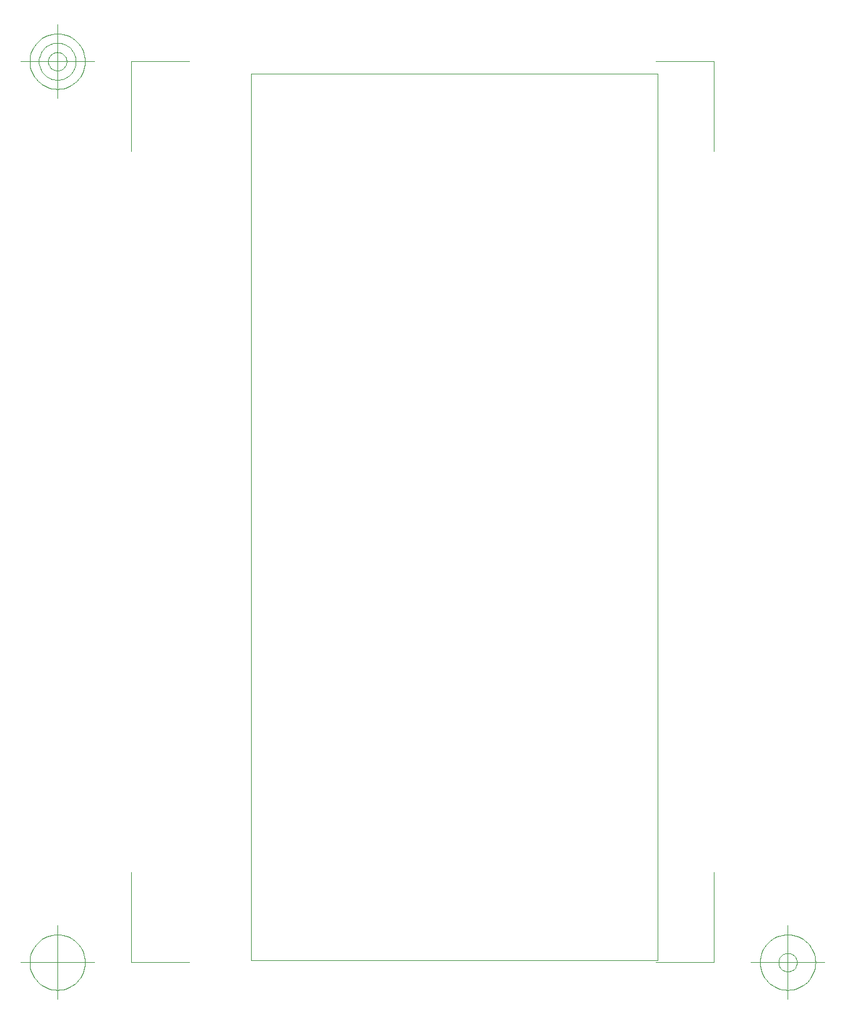
<source format=gbr>
G04 Generated by Ultiboard *
%FSLAX25Y25*%
%MOMM*%

%ADD10C,0.00100*%
%ADD11C,0.10000*%


%LNBoard Outline*%
%LPD*%
%FSLAX25Y25*%
%MOMM*%
G54D10*
X0Y0D02*
X5511800Y0D01*
X5511800Y0D02*
X5511800Y12014200D01*
X5511800Y12014200D02*
X0Y12014200D01*
X0Y12014200D02*
X0Y0D01*
G54D11*
X-1625600Y-30000D02*
X-1625600Y1190948D01*
X-1625600Y-30000D02*
X-835491Y-30000D01*
X6275493Y-30000D02*
X5485384Y-30000D01*
X6275493Y-30000D02*
X6275493Y1190948D01*
X6275493Y12179480D02*
X6275493Y10958532D01*
X6275493Y12179480D02*
X5485384Y12179480D01*
X-1625600Y12179480D02*
X-835491Y12179480D01*
X-1625600Y12179480D02*
X-1625600Y10958532D01*
X-2125600Y-30000D02*
X-3125600Y-30000D01*
X-2625600Y-530000D02*
X-2625600Y470000D01*
X-2250600Y-30000D02*
X-2252406Y6756D01*
X-2252406Y6756D02*
X-2257806Y43159D01*
X-2257806Y43159D02*
X-2266747Y78857D01*
X-2266747Y78857D02*
X-2279145Y113506D01*
X-2279145Y113506D02*
X-2294880Y146774D01*
X-2294880Y146774D02*
X-2313799Y178339D01*
X-2313799Y178339D02*
X-2335721Y207897D01*
X-2335721Y207897D02*
X-2360435Y235165D01*
X-2360435Y235165D02*
X-2387703Y259879D01*
X-2387703Y259879D02*
X-2417261Y281801D01*
X-2417261Y281801D02*
X-2448826Y300720D01*
X-2448826Y300720D02*
X-2482094Y316455D01*
X-2482094Y316455D02*
X-2516743Y328853D01*
X-2516743Y328853D02*
X-2552441Y337794D01*
X-2552441Y337794D02*
X-2588844Y343194D01*
X-2588844Y343194D02*
X-2625600Y345000D01*
X-2625600Y345000D02*
X-2662356Y343194D01*
X-2662356Y343194D02*
X-2698759Y337794D01*
X-2698759Y337794D02*
X-2734457Y328853D01*
X-2734457Y328853D02*
X-2769106Y316455D01*
X-2769106Y316455D02*
X-2802374Y300720D01*
X-2802374Y300720D02*
X-2833939Y281801D01*
X-2833939Y281801D02*
X-2863497Y259879D01*
X-2863497Y259879D02*
X-2890765Y235165D01*
X-2890765Y235165D02*
X-2915479Y207897D01*
X-2915479Y207897D02*
X-2937401Y178339D01*
X-2937401Y178339D02*
X-2956320Y146774D01*
X-2956320Y146774D02*
X-2972055Y113506D01*
X-2972055Y113506D02*
X-2984453Y78857D01*
X-2984453Y78857D02*
X-2993394Y43159D01*
X-2993394Y43159D02*
X-2998794Y6756D01*
X-2998794Y6756D02*
X-3000600Y-30000D01*
X-3000600Y-30000D02*
X-2998794Y-66756D01*
X-2998794Y-66756D02*
X-2993394Y-103159D01*
X-2993394Y-103159D02*
X-2984453Y-138857D01*
X-2984453Y-138857D02*
X-2972055Y-173506D01*
X-2972055Y-173506D02*
X-2956320Y-206774D01*
X-2956320Y-206774D02*
X-2937401Y-238339D01*
X-2937401Y-238339D02*
X-2915479Y-267897D01*
X-2915479Y-267897D02*
X-2890765Y-295165D01*
X-2890765Y-295165D02*
X-2863497Y-319879D01*
X-2863497Y-319879D02*
X-2833939Y-341801D01*
X-2833939Y-341801D02*
X-2802374Y-360720D01*
X-2802374Y-360720D02*
X-2769106Y-376455D01*
X-2769106Y-376455D02*
X-2734457Y-388853D01*
X-2734457Y-388853D02*
X-2698759Y-397794D01*
X-2698759Y-397794D02*
X-2662356Y-403194D01*
X-2662356Y-403194D02*
X-2625600Y-405000D01*
X-2625600Y-405000D02*
X-2588844Y-403194D01*
X-2588844Y-403194D02*
X-2552441Y-397794D01*
X-2552441Y-397794D02*
X-2516743Y-388853D01*
X-2516743Y-388853D02*
X-2482094Y-376455D01*
X-2482094Y-376455D02*
X-2448826Y-360720D01*
X-2448826Y-360720D02*
X-2417261Y-341801D01*
X-2417261Y-341801D02*
X-2387703Y-319879D01*
X-2387703Y-319879D02*
X-2360435Y-295165D01*
X-2360435Y-295165D02*
X-2335721Y-267897D01*
X-2335721Y-267897D02*
X-2313799Y-238339D01*
X-2313799Y-238339D02*
X-2294880Y-206774D01*
X-2294880Y-206774D02*
X-2279145Y-173506D01*
X-2279145Y-173506D02*
X-2266747Y-138857D01*
X-2266747Y-138857D02*
X-2257806Y-103159D01*
X-2257806Y-103159D02*
X-2252406Y-66756D01*
X-2252406Y-66756D02*
X-2250600Y-30000D01*
X6775493Y-30000D02*
X7775493Y-30000D01*
X7275493Y-530000D02*
X7275493Y470000D01*
X7650493Y-30000D02*
X7648688Y6756D01*
X7648688Y6756D02*
X7643288Y43159D01*
X7643288Y43159D02*
X7634346Y78857D01*
X7634346Y78857D02*
X7621948Y113506D01*
X7621948Y113506D02*
X7606214Y146774D01*
X7606214Y146774D02*
X7587294Y178339D01*
X7587294Y178339D02*
X7565372Y207897D01*
X7565372Y207897D02*
X7540658Y235165D01*
X7540658Y235165D02*
X7513391Y259879D01*
X7513391Y259879D02*
X7483832Y281801D01*
X7483832Y281801D02*
X7452267Y300720D01*
X7452267Y300720D02*
X7419000Y316455D01*
X7419000Y316455D02*
X7384350Y328853D01*
X7384350Y328853D02*
X7348652Y337794D01*
X7348652Y337794D02*
X7312250Y343194D01*
X7312250Y343194D02*
X7275493Y345000D01*
X7275493Y345000D02*
X7238737Y343194D01*
X7238737Y343194D02*
X7202335Y337794D01*
X7202335Y337794D02*
X7166637Y328853D01*
X7166637Y328853D02*
X7131987Y316455D01*
X7131987Y316455D02*
X7098720Y300720D01*
X7098720Y300720D02*
X7067155Y281801D01*
X7067155Y281801D02*
X7037596Y259879D01*
X7037596Y259879D02*
X7010328Y235165D01*
X7010328Y235165D02*
X6985614Y207897D01*
X6985614Y207897D02*
X6963692Y178339D01*
X6963692Y178339D02*
X6944773Y146774D01*
X6944773Y146774D02*
X6929039Y113506D01*
X6929039Y113506D02*
X6916641Y78857D01*
X6916641Y78857D02*
X6907699Y43159D01*
X6907699Y43159D02*
X6902299Y6756D01*
X6902299Y6756D02*
X6900493Y-30000D01*
X6900493Y-30000D02*
X6902299Y-66756D01*
X6902299Y-66756D02*
X6907699Y-103159D01*
X6907699Y-103159D02*
X6916641Y-138857D01*
X6916641Y-138857D02*
X6929039Y-173506D01*
X6929039Y-173506D02*
X6944773Y-206774D01*
X6944773Y-206774D02*
X6963692Y-238339D01*
X6963692Y-238339D02*
X6985614Y-267897D01*
X6985614Y-267897D02*
X7010328Y-295165D01*
X7010328Y-295165D02*
X7037596Y-319879D01*
X7037596Y-319879D02*
X7067155Y-341801D01*
X7067155Y-341801D02*
X7098720Y-360720D01*
X7098720Y-360720D02*
X7131987Y-376455D01*
X7131987Y-376455D02*
X7166637Y-388853D01*
X7166637Y-388853D02*
X7202335Y-397794D01*
X7202335Y-397794D02*
X7238737Y-403194D01*
X7238737Y-403194D02*
X7275493Y-405000D01*
X7275493Y-405000D02*
X7312250Y-403194D01*
X7312250Y-403194D02*
X7348652Y-397794D01*
X7348652Y-397794D02*
X7384350Y-388853D01*
X7384350Y-388853D02*
X7419000Y-376455D01*
X7419000Y-376455D02*
X7452267Y-360720D01*
X7452267Y-360720D02*
X7483832Y-341801D01*
X7483832Y-341801D02*
X7513391Y-319879D01*
X7513391Y-319879D02*
X7540658Y-295165D01*
X7540658Y-295165D02*
X7565372Y-267897D01*
X7565372Y-267897D02*
X7587294Y-238339D01*
X7587294Y-238339D02*
X7606214Y-206774D01*
X7606214Y-206774D02*
X7621948Y-173506D01*
X7621948Y-173506D02*
X7634346Y-138857D01*
X7634346Y-138857D02*
X7643288Y-103159D01*
X7643288Y-103159D02*
X7648688Y-66756D01*
X7648688Y-66756D02*
X7650493Y-30000D01*
X7400493Y-30000D02*
X7399891Y-17748D01*
X7399891Y-17748D02*
X7398091Y-5614D01*
X7398091Y-5614D02*
X7395111Y6286D01*
X7395111Y6286D02*
X7390978Y17835D01*
X7390978Y17835D02*
X7385733Y28925D01*
X7385733Y28925D02*
X7379427Y39446D01*
X7379427Y39446D02*
X7372120Y49299D01*
X7372120Y49299D02*
X7363882Y58388D01*
X7363882Y58388D02*
X7354792Y66626D01*
X7354792Y66626D02*
X7344940Y73934D01*
X7344940Y73934D02*
X7334418Y80240D01*
X7334418Y80240D02*
X7323329Y85485D01*
X7323329Y85485D02*
X7311779Y89618D01*
X7311779Y89618D02*
X7299880Y92598D01*
X7299880Y92598D02*
X7287745Y94398D01*
X7287745Y94398D02*
X7275493Y95000D01*
X7275493Y95000D02*
X7263241Y94398D01*
X7263241Y94398D02*
X7251107Y92598D01*
X7251107Y92598D02*
X7239208Y89618D01*
X7239208Y89618D02*
X7227658Y85485D01*
X7227658Y85485D02*
X7216569Y80240D01*
X7216569Y80240D02*
X7206047Y73934D01*
X7206047Y73934D02*
X7196194Y66626D01*
X7196194Y66626D02*
X7187105Y58388D01*
X7187105Y58388D02*
X7178867Y49299D01*
X7178867Y49299D02*
X7171560Y39446D01*
X7171560Y39446D02*
X7165253Y28925D01*
X7165253Y28925D02*
X7160008Y17835D01*
X7160008Y17835D02*
X7155876Y6286D01*
X7155876Y6286D02*
X7152895Y-5614D01*
X7152895Y-5614D02*
X7151095Y-17748D01*
X7151095Y-17748D02*
X7150493Y-30000D01*
X7150493Y-30000D02*
X7151095Y-42252D01*
X7151095Y-42252D02*
X7152895Y-54386D01*
X7152895Y-54386D02*
X7155876Y-66285D01*
X7155876Y-66285D02*
X7160008Y-77835D01*
X7160008Y-77835D02*
X7165253Y-88924D01*
X7165253Y-88924D02*
X7171560Y-99446D01*
X7171560Y-99446D02*
X7178867Y-109299D01*
X7178867Y-109299D02*
X7187105Y-118388D01*
X7187105Y-118388D02*
X7196194Y-126626D01*
X7196194Y-126626D02*
X7206047Y-133934D01*
X7206047Y-133934D02*
X7216569Y-140240D01*
X7216569Y-140240D02*
X7227658Y-145485D01*
X7227658Y-145485D02*
X7239208Y-149617D01*
X7239208Y-149617D02*
X7251107Y-152598D01*
X7251107Y-152598D02*
X7263241Y-154398D01*
X7263241Y-154398D02*
X7275493Y-155000D01*
X7275493Y-155000D02*
X7287745Y-154398D01*
X7287745Y-154398D02*
X7299880Y-152598D01*
X7299880Y-152598D02*
X7311779Y-149617D01*
X7311779Y-149617D02*
X7323329Y-145485D01*
X7323329Y-145485D02*
X7334418Y-140240D01*
X7334418Y-140240D02*
X7344940Y-133934D01*
X7344940Y-133934D02*
X7354792Y-126626D01*
X7354792Y-126626D02*
X7363882Y-118388D01*
X7363882Y-118388D02*
X7372120Y-109299D01*
X7372120Y-109299D02*
X7379427Y-99446D01*
X7379427Y-99446D02*
X7385733Y-88924D01*
X7385733Y-88924D02*
X7390978Y-77835D01*
X7390978Y-77835D02*
X7395111Y-66285D01*
X7395111Y-66285D02*
X7398091Y-54386D01*
X7398091Y-54386D02*
X7399891Y-42252D01*
X7399891Y-42252D02*
X7400493Y-30000D01*
X-2125600Y12179480D02*
X-3125600Y12179480D01*
X-2625600Y11679480D02*
X-2625600Y12679480D01*
X-2250600Y12179480D02*
X-2252406Y12216236D01*
X-2252406Y12216236D02*
X-2257806Y12252639D01*
X-2257806Y12252639D02*
X-2266747Y12288337D01*
X-2266747Y12288337D02*
X-2279145Y12322986D01*
X-2279145Y12322986D02*
X-2294880Y12356254D01*
X-2294880Y12356254D02*
X-2313799Y12387819D01*
X-2313799Y12387819D02*
X-2335721Y12417377D01*
X-2335721Y12417377D02*
X-2360435Y12444645D01*
X-2360435Y12444645D02*
X-2387703Y12469359D01*
X-2387703Y12469359D02*
X-2417261Y12491281D01*
X-2417261Y12491281D02*
X-2448826Y12510200D01*
X-2448826Y12510200D02*
X-2482094Y12525935D01*
X-2482094Y12525935D02*
X-2516743Y12538333D01*
X-2516743Y12538333D02*
X-2552441Y12547274D01*
X-2552441Y12547274D02*
X-2588844Y12552674D01*
X-2588844Y12552674D02*
X-2625600Y12554480D01*
X-2625600Y12554480D02*
X-2662356Y12552674D01*
X-2662356Y12552674D02*
X-2698759Y12547274D01*
X-2698759Y12547274D02*
X-2734457Y12538333D01*
X-2734457Y12538333D02*
X-2769106Y12525935D01*
X-2769106Y12525935D02*
X-2802374Y12510200D01*
X-2802374Y12510200D02*
X-2833939Y12491281D01*
X-2833939Y12491281D02*
X-2863497Y12469359D01*
X-2863497Y12469359D02*
X-2890765Y12444645D01*
X-2890765Y12444645D02*
X-2915479Y12417377D01*
X-2915479Y12417377D02*
X-2937401Y12387819D01*
X-2937401Y12387819D02*
X-2956320Y12356254D01*
X-2956320Y12356254D02*
X-2972055Y12322986D01*
X-2972055Y12322986D02*
X-2984453Y12288337D01*
X-2984453Y12288337D02*
X-2993394Y12252639D01*
X-2993394Y12252639D02*
X-2998794Y12216236D01*
X-2998794Y12216236D02*
X-3000600Y12179480D01*
X-3000600Y12179480D02*
X-2998794Y12142724D01*
X-2998794Y12142724D02*
X-2993394Y12106321D01*
X-2993394Y12106321D02*
X-2984453Y12070623D01*
X-2984453Y12070623D02*
X-2972055Y12035974D01*
X-2972055Y12035974D02*
X-2956320Y12002706D01*
X-2956320Y12002706D02*
X-2937401Y11971141D01*
X-2937401Y11971141D02*
X-2915479Y11941583D01*
X-2915479Y11941583D02*
X-2890765Y11914315D01*
X-2890765Y11914315D02*
X-2863497Y11889601D01*
X-2863497Y11889601D02*
X-2833939Y11867679D01*
X-2833939Y11867679D02*
X-2802374Y11848760D01*
X-2802374Y11848760D02*
X-2769106Y11833025D01*
X-2769106Y11833025D02*
X-2734457Y11820627D01*
X-2734457Y11820627D02*
X-2698759Y11811686D01*
X-2698759Y11811686D02*
X-2662356Y11806286D01*
X-2662356Y11806286D02*
X-2625600Y11804480D01*
X-2625600Y11804480D02*
X-2588844Y11806286D01*
X-2588844Y11806286D02*
X-2552441Y11811686D01*
X-2552441Y11811686D02*
X-2516743Y11820627D01*
X-2516743Y11820627D02*
X-2482094Y11833025D01*
X-2482094Y11833025D02*
X-2448826Y11848760D01*
X-2448826Y11848760D02*
X-2417261Y11867679D01*
X-2417261Y11867679D02*
X-2387703Y11889601D01*
X-2387703Y11889601D02*
X-2360435Y11914315D01*
X-2360435Y11914315D02*
X-2335721Y11941583D01*
X-2335721Y11941583D02*
X-2313799Y11971141D01*
X-2313799Y11971141D02*
X-2294880Y12002706D01*
X-2294880Y12002706D02*
X-2279145Y12035974D01*
X-2279145Y12035974D02*
X-2266747Y12070623D01*
X-2266747Y12070623D02*
X-2257806Y12106321D01*
X-2257806Y12106321D02*
X-2252406Y12142724D01*
X-2252406Y12142724D02*
X-2250600Y12179480D01*
X-2375600Y12179480D02*
X-2376804Y12203984D01*
X-2376804Y12203984D02*
X-2380404Y12228253D01*
X-2380404Y12228253D02*
X-2386365Y12252051D01*
X-2386365Y12252051D02*
X-2394630Y12275151D01*
X-2394630Y12275151D02*
X-2405120Y12297329D01*
X-2405120Y12297329D02*
X-2417733Y12318373D01*
X-2417733Y12318373D02*
X-2432347Y12338078D01*
X-2432347Y12338078D02*
X-2448823Y12356257D01*
X-2448823Y12356257D02*
X-2467002Y12372733D01*
X-2467002Y12372733D02*
X-2486708Y12387347D01*
X-2486708Y12387347D02*
X-2507751Y12399960D01*
X-2507751Y12399960D02*
X-2529929Y12410450D01*
X-2529929Y12410450D02*
X-2553029Y12418715D01*
X-2553029Y12418715D02*
X-2576828Y12424676D01*
X-2576828Y12424676D02*
X-2601096Y12428276D01*
X-2601096Y12428276D02*
X-2625600Y12429480D01*
X-2625600Y12429480D02*
X-2650104Y12428276D01*
X-2650104Y12428276D02*
X-2674373Y12424676D01*
X-2674373Y12424676D02*
X-2698171Y12418715D01*
X-2698171Y12418715D02*
X-2721271Y12410450D01*
X-2721271Y12410450D02*
X-2743449Y12399960D01*
X-2743449Y12399960D02*
X-2764493Y12387347D01*
X-2764493Y12387347D02*
X-2784198Y12372733D01*
X-2784198Y12372733D02*
X-2802377Y12356257D01*
X-2802377Y12356257D02*
X-2818853Y12338078D01*
X-2818853Y12338078D02*
X-2833467Y12318373D01*
X-2833467Y12318373D02*
X-2846080Y12297329D01*
X-2846080Y12297329D02*
X-2856570Y12275151D01*
X-2856570Y12275151D02*
X-2864835Y12252051D01*
X-2864835Y12252051D02*
X-2870796Y12228253D01*
X-2870796Y12228253D02*
X-2874396Y12203984D01*
X-2874396Y12203984D02*
X-2875600Y12179480D01*
X-2875600Y12179480D02*
X-2874396Y12154976D01*
X-2874396Y12154976D02*
X-2870796Y12130708D01*
X-2870796Y12130708D02*
X-2864835Y12106909D01*
X-2864835Y12106909D02*
X-2856570Y12083809D01*
X-2856570Y12083809D02*
X-2846080Y12061631D01*
X-2846080Y12061631D02*
X-2833467Y12040588D01*
X-2833467Y12040588D02*
X-2818853Y12020882D01*
X-2818853Y12020882D02*
X-2802377Y12002703D01*
X-2802377Y12002703D02*
X-2784198Y11986227D01*
X-2784198Y11986227D02*
X-2764493Y11971613D01*
X-2764493Y11971613D02*
X-2743449Y11959000D01*
X-2743449Y11959000D02*
X-2721271Y11948510D01*
X-2721271Y11948510D02*
X-2698171Y11940245D01*
X-2698171Y11940245D02*
X-2674373Y11934284D01*
X-2674373Y11934284D02*
X-2650104Y11930684D01*
X-2650104Y11930684D02*
X-2625600Y11929480D01*
X-2625600Y11929480D02*
X-2601096Y11930684D01*
X-2601096Y11930684D02*
X-2576828Y11934284D01*
X-2576828Y11934284D02*
X-2553029Y11940245D01*
X-2553029Y11940245D02*
X-2529929Y11948510D01*
X-2529929Y11948510D02*
X-2507751Y11959000D01*
X-2507751Y11959000D02*
X-2486708Y11971613D01*
X-2486708Y11971613D02*
X-2467002Y11986227D01*
X-2467002Y11986227D02*
X-2448823Y12002703D01*
X-2448823Y12002703D02*
X-2432347Y12020882D01*
X-2432347Y12020882D02*
X-2417733Y12040588D01*
X-2417733Y12040588D02*
X-2405120Y12061631D01*
X-2405120Y12061631D02*
X-2394630Y12083809D01*
X-2394630Y12083809D02*
X-2386365Y12106909D01*
X-2386365Y12106909D02*
X-2380404Y12130708D01*
X-2380404Y12130708D02*
X-2376804Y12154976D01*
X-2376804Y12154976D02*
X-2375600Y12179480D01*
X-2500600Y12179480D02*
X-2501202Y12191732D01*
X-2501202Y12191732D02*
X-2503002Y12203866D01*
X-2503002Y12203866D02*
X-2505983Y12215766D01*
X-2505983Y12215766D02*
X-2510115Y12227315D01*
X-2510115Y12227315D02*
X-2515360Y12238405D01*
X-2515360Y12238405D02*
X-2521666Y12248926D01*
X-2521666Y12248926D02*
X-2528974Y12258779D01*
X-2528974Y12258779D02*
X-2537212Y12267868D01*
X-2537212Y12267868D02*
X-2546301Y12276106D01*
X-2546301Y12276106D02*
X-2556154Y12283414D01*
X-2556154Y12283414D02*
X-2566676Y12289720D01*
X-2566676Y12289720D02*
X-2577765Y12294965D01*
X-2577765Y12294965D02*
X-2589315Y12299098D01*
X-2589315Y12299098D02*
X-2601214Y12302078D01*
X-2601214Y12302078D02*
X-2613348Y12303878D01*
X-2613348Y12303878D02*
X-2625600Y12304480D01*
X-2625600Y12304480D02*
X-2637852Y12303878D01*
X-2637852Y12303878D02*
X-2649986Y12302078D01*
X-2649986Y12302078D02*
X-2661886Y12299098D01*
X-2661886Y12299098D02*
X-2673435Y12294965D01*
X-2673435Y12294965D02*
X-2684525Y12289720D01*
X-2684525Y12289720D02*
X-2695046Y12283414D01*
X-2695046Y12283414D02*
X-2704899Y12276106D01*
X-2704899Y12276106D02*
X-2713988Y12267868D01*
X-2713988Y12267868D02*
X-2722226Y12258779D01*
X-2722226Y12258779D02*
X-2729534Y12248926D01*
X-2729534Y12248926D02*
X-2735840Y12238405D01*
X-2735840Y12238405D02*
X-2741085Y12227315D01*
X-2741085Y12227315D02*
X-2745218Y12215766D01*
X-2745218Y12215766D02*
X-2748198Y12203866D01*
X-2748198Y12203866D02*
X-2749998Y12191732D01*
X-2749998Y12191732D02*
X-2750600Y12179480D01*
X-2750600Y12179480D02*
X-2749998Y12167228D01*
X-2749998Y12167228D02*
X-2748198Y12155094D01*
X-2748198Y12155094D02*
X-2745218Y12143195D01*
X-2745218Y12143195D02*
X-2741085Y12131645D01*
X-2741085Y12131645D02*
X-2735840Y12120556D01*
X-2735840Y12120556D02*
X-2729534Y12110034D01*
X-2729534Y12110034D02*
X-2722226Y12100181D01*
X-2722226Y12100181D02*
X-2713988Y12091092D01*
X-2713988Y12091092D02*
X-2704899Y12082854D01*
X-2704899Y12082854D02*
X-2695046Y12075546D01*
X-2695046Y12075546D02*
X-2684525Y12069240D01*
X-2684525Y12069240D02*
X-2673435Y12063995D01*
X-2673435Y12063995D02*
X-2661886Y12059863D01*
X-2661886Y12059863D02*
X-2649986Y12056882D01*
X-2649986Y12056882D02*
X-2637852Y12055082D01*
X-2637852Y12055082D02*
X-2625600Y12054480D01*
X-2625600Y12054480D02*
X-2613348Y12055082D01*
X-2613348Y12055082D02*
X-2601214Y12056882D01*
X-2601214Y12056882D02*
X-2589315Y12059863D01*
X-2589315Y12059863D02*
X-2577765Y12063995D01*
X-2577765Y12063995D02*
X-2566676Y12069240D01*
X-2566676Y12069240D02*
X-2556154Y12075546D01*
X-2556154Y12075546D02*
X-2546301Y12082854D01*
X-2546301Y12082854D02*
X-2537212Y12091092D01*
X-2537212Y12091092D02*
X-2528974Y12100181D01*
X-2528974Y12100181D02*
X-2521666Y12110034D01*
X-2521666Y12110034D02*
X-2515360Y12120556D01*
X-2515360Y12120556D02*
X-2510115Y12131645D01*
X-2510115Y12131645D02*
X-2505983Y12143195D01*
X-2505983Y12143195D02*
X-2503002Y12155094D01*
X-2503002Y12155094D02*
X-2501202Y12167228D01*
X-2501202Y12167228D02*
X-2500600Y12179480D01*

M00*

</source>
